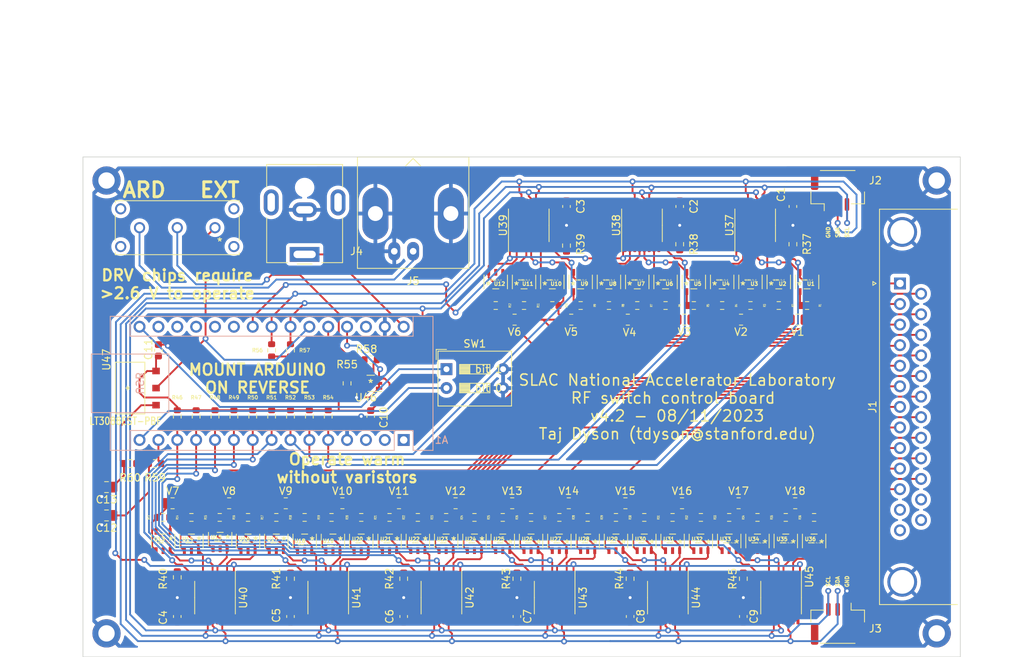
<source format=kicad_pcb>
(kicad_pcb (version 20211014) (generator pcbnew)

  (general
    (thickness 1.6)
  )

  (paper "A4")
  (layers
    (0 "F.Cu" signal)
    (31 "B.Cu" signal)
    (32 "B.Adhes" user "B.Adhesive")
    (33 "F.Adhes" user "F.Adhesive")
    (34 "B.Paste" user)
    (35 "F.Paste" user)
    (36 "B.SilkS" user "B.Silkscreen")
    (37 "F.SilkS" user "F.Silkscreen")
    (38 "B.Mask" user)
    (39 "F.Mask" user)
    (40 "Dwgs.User" user "User.Drawings")
    (41 "Cmts.User" user "User.Comments")
    (42 "Eco1.User" user "User.Eco1")
    (43 "Eco2.User" user "User.Eco2")
    (44 "Edge.Cuts" user)
    (45 "Margin" user)
    (46 "B.CrtYd" user "B.Courtyard")
    (47 "F.CrtYd" user "F.Courtyard")
    (48 "B.Fab" user)
    (49 "F.Fab" user)
    (50 "User.1" user)
    (51 "User.2" user)
    (52 "User.3" user)
    (53 "User.4" user)
    (54 "User.5" user)
    (55 "User.6" user)
    (56 "User.7" user)
    (57 "User.8" user)
    (58 "User.9" user)
  )

  (setup
    (stackup
      (layer "F.SilkS" (type "Top Silk Screen"))
      (layer "F.Paste" (type "Top Solder Paste"))
      (layer "F.Mask" (type "Top Solder Mask") (thickness 0.01))
      (layer "F.Cu" (type "copper") (thickness 0.035))
      (layer "dielectric 1" (type "core") (thickness 1.51) (material "FR4") (epsilon_r 4.5) (loss_tangent 0.02))
      (layer "B.Cu" (type "copper") (thickness 0.035))
      (layer "B.Mask" (type "Bottom Solder Mask") (thickness 0.01))
      (layer "B.Paste" (type "Bottom Solder Paste"))
      (layer "B.SilkS" (type "Bottom Silk Screen"))
      (copper_finish "None")
      (dielectric_constraints no)
    )
    (pad_to_mask_clearance 0)
    (pcbplotparams
      (layerselection 0x00010fc_ffffffff)
      (disableapertmacros false)
      (usegerberextensions false)
      (usegerberattributes true)
      (usegerberadvancedattributes true)
      (creategerberjobfile true)
      (svguseinch false)
      (svgprecision 6)
      (excludeedgelayer true)
      (plotframeref false)
      (viasonmask false)
      (mode 1)
      (useauxorigin false)
      (hpglpennumber 1)
      (hpglpenspeed 20)
      (hpglpendiameter 15.000000)
      (dxfpolygonmode true)
      (dxfimperialunits true)
      (dxfusepcbnewfont true)
      (psnegative false)
      (psa4output false)
      (plotreference true)
      (plotvalue true)
      (plotinvisibletext false)
      (sketchpadsonfab false)
      (subtractmaskfromsilk false)
      (outputformat 1)
      (mirror false)
      (drillshape 0)
      (scaleselection 1)
      (outputdirectory "")
    )
  )

  (net 0 "")
  (net 1 "unconnected-(A1-Pad1)")
  (net 2 "unconnected-(A1-Pad2)")
  (net 3 "unconnected-(A1-Pad3)")
  (net 4 "GND")
  (net 5 "Net-(A1-Pad5)")
  (net 6 "Net-(A1-Pad6)")
  (net 7 "Net-(A1-Pad7)")
  (net 8 "Net-(A1-Pad8)")
  (net 9 "Net-(A1-Pad9)")
  (net 10 "Net-(A1-Pad11)")
  (net 11 "Net-(A1-Pad12)")
  (net 12 "Net-(A1-Pad13)")
  (net 13 "Net-(A1-Pad15)")
  (net 14 "Net-(A1-Pad16)")
  (net 15 "unconnected-(A1-Pad17)")
  (net 16 "unconnected-(A1-Pad18)")
  (net 17 "unconnected-(A1-Pad19)")
  (net 18 "unconnected-(A1-Pad20)")
  (net 19 "unconnected-(A1-Pad21)")
  (net 20 "Net-(A1-Pad22)")
  (net 21 "Net-(A1-Pad23)")
  (net 22 "Net-(A1-Pad24)")
  (net 23 "Net-(A1-Pad25)")
  (net 24 "unconnected-(A1-Pad28)")
  (net 25 "Net-(A1-Pad30)")
  (net 26 "Net-(C1-Pad2)")
  (net 27 "Net-(C12-Pad1)")
  (net 28 "Net-(C13-Pad1)")
  (net 29 "Net-(J1-Pad1)")
  (net 30 "Net-(R4-Pad1)")
  (net 31 "unconnected-(U4-Pad4)")
  (net 32 "unconnected-(U5-Pad4)")
  (net 33 "unconnected-(U6-Pad4)")
  (net 34 "Net-(J1-Pad2)")
  (net 35 "Net-(R5-Pad1)")
  (net 36 "Net-(R6-Pad1)")
  (net 37 "Net-(A1-Pad14)")
  (net 38 "Net-(J1-Pad3)")
  (net 39 "Net-(J1-Pad5)")
  (net 40 "Net-(J1-Pad4)")
  (net 41 "Net-(J1-Pad6)")
  (net 42 "Net-(J1-Pad7)")
  (net 43 "Net-(R20-Pad1)")
  (net 44 "Net-(R21-Pad1)")
  (net 45 "Net-(R22-Pad1)")
  (net 46 "Net-(R23-Pad1)")
  (net 47 "Net-(R24-Pad1)")
  (net 48 "Net-(R25-Pad1)")
  (net 49 "Net-(R26-Pad1)")
  (net 50 "Net-(R27-Pad1)")
  (net 51 "Net-(R28-Pad1)")
  (net 52 "Net-(R29-Pad1)")
  (net 53 "Net-(R30-Pad1)")
  (net 54 "Net-(R31-Pad1)")
  (net 55 "Net-(R32-Pad1)")
  (net 56 "Net-(R33-Pad1)")
  (net 57 "Net-(R34-Pad1)")
  (net 58 "Net-(R35-Pad1)")
  (net 59 "Net-(R36-Pad1)")
  (net 60 "Net-(J1-Pad8)")
  (net 61 "Net-(J1-Pad9)")
  (net 62 "Net-(J1-Pad10)")
  (net 63 "Net-(J1-Pad11)")
  (net 64 "unconnected-(J1-Pad12)")
  (net 65 "unconnected-(J1-Pad13)")
  (net 66 "Net-(J1-Pad14)")
  (net 67 "Net-(J1-Pad15)")
  (net 68 "Net-(J1-Pad16)")
  (net 69 "Net-(J1-Pad17)")
  (net 70 "Net-(J1-Pad19)")
  (net 71 "Net-(J1-Pad20)")
  (net 72 "Net-(J1-Pad21)")
  (net 73 "Net-(J1-Pad22)")
  (net 74 "Net-(J1-Pad23)")
  (net 75 "unconnected-(J1-Pad24)")
  (net 76 "unconnected-(J1-Pad25)")
  (net 77 "Net-(R1-Pad1)")
  (net 78 "Net-(R2-Pad1)")
  (net 79 "Net-(U10-Pad2)")
  (net 80 "Net-(R3-Pad1)")
  (net 81 "Net-(R9-Pad1)")
  (net 82 "Net-(R10-Pad1)")
  (net 83 "Net-(R11-Pad1)")
  (net 84 "Net-(R12-Pad1)")
  (net 85 "Net-(R13-Pad1)")
  (net 86 "Net-(R14-Pad1)")
  (net 87 "Net-(R15-Pad1)")
  (net 88 "Net-(R16-Pad1)")
  (net 89 "Net-(R17-Pad1)")
  (net 90 "Net-(U12-Pad2)")
  (net 91 "Net-(R18-Pad1)")
  (net 92 "Net-(R19-Pad1)")
  (net 93 "Net-(R37-Pad2)")
  (net 94 "Net-(R38-Pad2)")
  (net 95 "unconnected-(U13-Pad4)")
  (net 96 "unconnected-(U15-Pad4)")
  (net 97 "unconnected-(U16-Pad4)")
  (net 98 "unconnected-(U17-Pad4)")
  (net 99 "unconnected-(U18-Pad4)")
  (net 100 "unconnected-(U19-Pad4)")
  (net 101 "unconnected-(U20-Pad4)")
  (net 102 "unconnected-(U21-Pad4)")
  (net 103 "unconnected-(U22-Pad4)")
  (net 104 "unconnected-(U23-Pad4)")
  (net 105 "unconnected-(U24-Pad4)")
  (net 106 "unconnected-(U25-Pad4)")
  (net 107 "unconnected-(U26-Pad4)")
  (net 108 "unconnected-(U27-Pad4)")
  (net 109 "unconnected-(U28-Pad4)")
  (net 110 "unconnected-(U29-Pad4)")
  (net 111 "unconnected-(U30-Pad4)")
  (net 112 "Net-(A1-Pad27)")
  (net 113 "Net-(R39-Pad2)")
  (net 114 "Net-(R40-Pad2)")
  (net 115 "Net-(R41-Pad2)")
  (net 116 "Net-(R42-Pad2)")
  (net 117 "Net-(R43-Pad2)")
  (net 118 "Net-(R44-Pad2)")
  (net 119 "Net-(R45-Pad2)")
  (net 120 "Net-(A1-Pad26)")
  (net 121 "Net-(R7-Pad1)")
  (net 122 "Net-(A1-Pad10)")
  (net 123 "unconnected-(U14-Pad4)")
  (net 124 "Net-(R55-Pad1)")
  (net 125 "Net-(R58-Pad1)")
  (net 126 "Net-(J1-Pad18)")
  (net 127 "Net-(U11-Pad2)")
  (net 128 "unconnected-(U1-Pad4)")
  (net 129 "Net-(U1-Pad2)")
  (net 130 "Net-(U2-Pad2)")
  (net 131 "unconnected-(U3-Pad4)")
  (net 132 "unconnected-(U2-Pad4)")
  (net 133 "Net-(U3-Pad2)")
  (net 134 "Net-(U37-Pad2)")
  (net 135 "unconnected-(U31-Pad4)")
  (net 136 "unconnected-(U32-Pad4)")
  (net 137 "Net-(U38-Pad5)")
  (net 138 "Net-(R8-Pad1)")
  (net 139 "Net-(U38-Pad7)")
  (net 140 "unconnected-(U7-Pad4)")
  (net 141 "Net-(U38-Pad4)")
  (net 142 "unconnected-(U8-Pad4)")
  (net 143 "Net-(U38-Pad2)")
  (net 144 "unconnected-(U9-Pad4)")
  (net 145 "unconnected-(U10-Pad4)")
  (net 146 "unconnected-(U11-Pad4)")
  (net 147 "unconnected-(U12-Pad4)")
  (net 148 "Net-(U39-Pad5)")
  (net 149 "Net-(U13-Pad2)")
  (net 150 "Net-(U14-Pad2)")
  (net 151 "Net-(U15-Pad2)")
  (net 152 "Net-(U16-Pad2)")
  (net 153 "Net-(U17-Pad2)")
  (net 154 "Net-(U18-Pad2)")
  (net 155 "Net-(U19-Pad2)")
  (net 156 "Net-(U20-Pad2)")
  (net 157 "Net-(U21-Pad2)")
  (net 158 "Net-(U22-Pad2)")
  (net 159 "Net-(U23-Pad2)")
  (net 160 "Net-(U25-Pad2)")
  (net 161 "Net-(U26-Pad2)")
  (net 162 "Net-(U27-Pad2)")
  (net 163 "Net-(U28-Pad2)")
  (net 164 "Net-(U29-Pad2)")
  (net 165 "Net-(U30-Pad2)")
  (net 166 "Net-(U31-Pad2)")
  (net 167 "Net-(U32-Pad2)")
  (net 168 "Net-(U33-Pad2)")
  (net 169 "unconnected-(U33-Pad4)")
  (net 170 "Net-(U34-Pad2)")
  (net 171 "unconnected-(U34-Pad4)")
  (net 172 "Net-(U35-Pad2)")
  (net 173 "unconnected-(U35-Pad4)")
  (net 174 "Net-(U36-Pad2)")
  (net 175 "unconnected-(U36-Pad4)")
  (net 176 "unconnected-(U37-Pad9)")
  (net 177 "unconnected-(U37-Pad10)")
  (net 178 "unconnected-(U37-Pad15)")
  (net 179 "unconnected-(U37-Pad16)")
  (net 180 "unconnected-(U38-Pad9)")
  (net 181 "unconnected-(U38-Pad10)")
  (net 182 "unconnected-(U38-Pad15)")
  (net 183 "unconnected-(U38-Pad16)")
  (net 184 "unconnected-(U39-Pad9)")
  (net 185 "unconnected-(U39-Pad10)")
  (net 186 "unconnected-(U39-Pad15)")
  (net 187 "unconnected-(U39-Pad16)")
  (net 188 "unconnected-(U40-Pad9)")
  (net 189 "unconnected-(U40-Pad10)")
  (net 190 "unconnected-(U40-Pad15)")
  (net 191 "unconnected-(U40-Pad16)")
  (net 192 "unconnected-(U41-Pad9)")
  (net 193 "unconnected-(U41-Pad10)")
  (net 194 "unconnected-(U41-Pad15)")
  (net 195 "unconnected-(U41-Pad16)")
  (net 196 "unconnected-(U42-Pad9)")
  (net 197 "unconnected-(U42-Pad10)")
  (net 198 "unconnected-(U42-Pad15)")
  (net 199 "unconnected-(U42-Pad16)")
  (net 200 "unconnected-(U43-Pad9)")
  (net 201 "unconnected-(U43-Pad10)")
  (net 202 "unconnected-(U43-Pad15)")
  (net 203 "unconnected-(U43-Pad16)")
  (net 204 "unconnected-(U44-Pad9)")
  (net 205 "unconnected-(U44-Pad10)")
  (net 206 "unconnected-(U44-Pad15)")
  (net 207 "unconnected-(U44-Pad16)")
  (net 208 "unconnected-(U45-Pad9)")
  (net 209 "unconnected-(U45-Pad10)")
  (net 210 "unconnected-(U45-Pad15)")
  (net 211 "unconnected-(U45-Pad16)")
  (net 212 "Net-(J5-Pad1)")
  (net 213 "Net-(U24-Pad2)")

  (footprint (layer "F.Cu") (at 147.32 72.39))

  (footprint "Resistor_SMD:R_0603_1608Metric" (layer "F.Cu") (at 123.19 117.742699 180))

  (footprint "Resistor_SMD:R_0805_2012Metric" (layer "F.Cu") (at 128.27 115.837699))

  (footprint "Resistor_SMD:R_0603_1608Metric" (layer "F.Cu") (at 75.565 125.997699 90))

  (footprint "SOT-753_1P6X2P9_ONS:SOT-753_1P6X2P9_ONS" (layer "F.Cu") (at 85.09 120.917699 90))

  (footprint "Resistor_SMD:R_0603_1608Metric" (layer "F.Cu") (at 69.85 117.742699 180))

  (footprint "Resistor_SMD:R_0805_2012Metric" (layer "F.Cu") (at 52.07 115.837699))

  (footprint "Resistor_SMD:R_0603_1608Metric" (layer "F.Cu") (at 57.785 95.25 -90))

  (footprint "Package_SO:TSSOP-16_4.4x5mm_P0.65mm" (layer "F.Cu") (at 107.64 78.4225 90))

  (footprint "Resistor_SMD:R_0603_1608Metric" (layer "F.Cu") (at 60.325 95.25 -90))

  (footprint "Capacitor_SMD:C_0603_1608Metric" (layer "F.Cu") (at 75.565 131.077699 -90))

  (footprint "Package_SO:TSSOP-16_4.4x5mm_P0.65mm" (layer "F.Cu") (at 50.165 128.537699 -90))

  (footprint "Resistor_SMD:R_0603_1608Metric" (layer "F.Cu") (at 110.815 89.2175))

  (footprint "Capacitor_SMD:C_0603_1608Metric" (layer "F.Cu") (at 45.085 131.077699 -90))

  (footprint "SOT-753_1P6X2P9_ONS:SOT-753_1P6X2P9_ONS" (layer "F.Cu") (at 126.055 86.0425 -90))

  (footprint "Package_SO:TSSOP-16_4.4x5mm_P0.65mm" (layer "F.Cu") (at 95.885 128.537699 -90))

  (footprint "SOT-753_1P6X2P9_ONS:SOT-753_1P6X2P9_ONS" (layer "F.Cu") (at 127 120.917699 90))

  (footprint "SOT-753_1P6X2P9_ONS:SOT-753_1P6X2P9_ONS" (layer "F.Cu") (at 58.42 120.917699 90))

  (footprint "Resistor_SMD:R_0603_1608Metric" (layer "F.Cu") (at 103.195 89.2175))

  (footprint "Resistor_SMD:R_0603_1608Metric" (layer "F.Cu") (at 118.435 89.2175))

  (footprint "Connector_JST:JST_GH_BM03B-GHS-TBT_1x03-1MP_P1.25mm_Vertical" (layer "F.Cu") (at 133.985 73.66))

  (footprint "Resistor_SMD:R_0603_1608Metric" (layer "F.Cu") (at 65.85 117.742699 180))

  (footprint "Resistor_SMD:R_0603_1608Metric" (layer "F.Cu") (at 115.57 117.742699 180))

  (footprint "Resistor_SMD:R_0805_2012Metric" (layer "F.Cu") (at 44.45 115.837699))

  (footprint "Resistor_SMD:R_0603_1608Metric" (layer "F.Cu") (at 119.38 117.742699 180))

  (footprint "Resistor_SMD:R_0603_1608Metric" (layer "F.Cu") (at 60.325 104.14 -90))

  (footprint "SOT-753_1P6X2P9_ONS:SOT-753_1P6X2P9_ONS" (layer "F.Cu") (at 100.33 120.917699 90))

  (footprint "Resistor_SMD:R_0603_1608Metric" (layer "F.Cu") (at 104.14 117.742699 180))

  (footprint "Resistor_SMD:R_0603_1608Metric" (layer "F.Cu") (at 47.625 104.14 -90))

  (footprint "Resistor_SMD:R_0805_2012Metric" (layer "F.Cu") (at 113.03 115.837699))

  (footprint "SOT-753_1P6X2P9_ONS:SOT-753_1P6X2P9_ONS" (layer "F.Cu") (at 119.38 120.917699 90))

  (footprint "Capacitor_SMD:C_0603_1608Metric" (layer "F.Cu") (at 42.545 95.25 90))

  (footprint "SOT-753_1P6X2P9_ONS:SOT-753_1P6X2P9_ONS" (layer "F.Cu") (at 110.815 86.0425 -90))

  (footprint "Resistor_SMD:R_0603_1608Metric" (layer "F.Cu") (at 73.66 117.742699 180))

  (footprint "SOT-223_ST_LIT:SOT-223_ST_LIT" (layer "F.Cu") (at 38.735 100.33 90))

  (footprint "Resistor_SMD:R_0603_1608Metric" (layer "F.Cu") (at 71.12 96.52))

  (footprint "Resistor_SMD:R_0603_1608Metric" (layer "F.Cu") (at 88.9 117.742699 180))

  (footprint "Resistor_SMD:R_0603_1608Metric" (layer "F.Cu") (at 57.785 104.14 -90))

  (footprint "Resistor_SMD:R_0603_1608Metric" (layer "F.Cu") (at 130.81 117.742699 180))

  (footprint "Resistor_SMD:R_0603_1608Metric" (layer "F.Cu") (at 62.865 104.14 -90))

  (footprint "SOT-753_1P6X2P9_ONS:SOT-753_1P6X2P9_ONS" (layer "F.Cu")
    (tedit 0) (tstamp 375a0916-0e26-4864-8699-46be07ee7bd4)
    (at 103.195 86.0425 -90)
    (property "Sheetfile" "RF_control_board_v4.1.kicad_sch")
    (property "Sheetname" "")
    (path "/e538a1a8-ed98-4a1d-9b69-69fd205cf7f6")
    (attr through_hole)
    (fp_text reference "U8" (at 0.254 -0.508) (layer "F.SilkS")
      (effects (font (size 0.5 0.5) (thickness 0.125)))
      (tstamp 4f7c6678-dba5-4e38-adda-3a1f8b0759d9)
    )
    (fp_text value "SBE805-TL-E" (at -0.254 0) (layer "F.SilkS")
      (effects (font (size 0.15 0.15) (thickness 0.0375)))
      (tstamp 04bc8e28-9889-4fae-a909-32a057ba4561)
    )
    (fp_text user "*" (at 0.508 1.016) (layer "F.SilkS")
      (effects (font (size 1 1) (thickness 0.15)))
      (tstamp 80961827-3eb7-4f67-98a3-69b88deef761)
    )
    (fp_text user "*" (at -0.5461 -1.4072 90) (layer "F.Fab")
      (effects (font (size 1 1) (thickness 0.15)))
      (tstamp 11a814d2-6d5a-4373-870b-f51f6c2e5ec3)
    )
    (fp_text user "*" (at -0.5461 -1.4072 90) (layer "F.Fab")
      (effects (font (size 1 1) (thickness 0.15)))
      (tstamp 7276ea44-67a8-4293-90c7-9645e5510ba8)
    )
    (fp_line (start 0.9271 0.414061) (end 0.9271 -0.414061) (layer "F.SilkS") (width 0.12) (tstamp 84b82c06-c462-474e-a5b0-55013c22e2a1))
    (fp_line (start -0.9271 1.5748) (end 0.9271 1.5748) (layer "F.SilkS") (width 0.12) (tstamp ba850bb8-bd1b-4998-af37-aa7e4a15b377))
    (fp_line (start 0.9271 -1.5748) (end -0.9271 -1.5748) (layer "F.SilkS") (width 0.12) (tstamp c4531dc4-6775-40e4-b5bc-18791a7a2292))
    (fp_line (start -1.1811 -1.8288) (end 1.1811 -1.8288) (layer "F.CrtYd") (width 0.05) (tstamp 03a45262-5b09-4a83-9718-afd12b7fc86d))
    (fp_line (start 1.1811 1.8288) (end -1.1811 1.8288) (layer "F.CrtYd") (width 0.05) (tstamp 1ea3bf72-7083-47ac-9a3e-31ae4fac268b))
    (fp_line (start -1.1811 -1.3564) (end -1.1811 -1.8288) (layer "F.CrtYd") (width 0.05) (tstamp 1f916698-e904-43a2-b3bc-abee46dfbabc))
    (fp_line (start -1.9812 -1.3564) (end -1.1811 -1.3564) (layer "F.CrtYd") (width 0.05) (tstamp 36e1489a-8b5d-4f0f-927b-660d33bfd055))
    (fp_line (start 1.9812 1.3564) (end 1.1811 1.3564) (layer "F.CrtYd") (width 0.05) (tstamp 73e0721e-178f-4c92-b22d-f791e2bf1242))
    (fp_line (start 1.1811 -1.3564) (end 1.9812 -1.3564) (layer "F.CrtYd") (width 0.05) (tstamp a593c703-d5ab-4c61-9bb3-51cd1ad482be))
    (fp_line (start 1.9812 -1.3564) (end 1.9812 1.3564) (layer "F.CrtYd") (width 0.05) (tstamp be6693b1-4ecf-4651-b664-ed82aa6921d9))
    (fp_line (start 1.1811 1.3564) (end 1.1811 1.8288) (layer "F.CrtYd") (width 0.05) (tstamp de1eaf03-e93f-47b4-9fd7-9dba51275a41))
    (fp_line (start -1.9812 1.3564) (end -1.9812 -1.3564) (layer "F.CrtYd") (width 0.05) (tstamp e2233142-fafe-449b-97af-7a391953ecce))
    (fp_line (start -1.1811 1.8288) (end -1.1811 1.3564) (layer "F.CrtYd") (width 0.05) (tstamp e421f56e-acff-4a59-9693-ca39662e323f))
    (fp_line (start -1.1811 1.3564) (end -1.9812 1.3564) (layer "F.CrtYd") (width 0.05) (tstamp e5fc3064-d9f0-4ca6-b58b-5d83fe960134))
    (fp_line (start 1.1811 -1.8288) (end 1.1811 -1.3564) (layer "F.CrtYd") (width 0.05) (tstamp fc3b478c-aaa0-489d-a7af-52c2bd43a8e8))
    (fp_line (start -0.8001 0.7468) (end -1.397 0.7468) (layer "F.Fab") (width 0.1) (tstamp 15475712-3a26-4fbc-9876-3a943283d005))
    (fp_line (start 0.8001 -1.1532) (end 0.8001 -0.7468) (layer "F.Fab") (width 0.1) (tstamp 1b9b8307-8866-47b1-8aa8-19c7078af714))
    (fp_line (start 0.8001 -0.7468) (end 1.397 -0.7468) (layer "F.Fab") (width 0.1) (tstamp 201dde80-5509-4d23-a431-4aa1a738fb19))
    (fp_line (start -0.8001 1.4478) (end 0.8001 1.4478) (layer "F.Fab") (width 0.1) (tstamp 48293e04-ff3c-42fe-981b-e1140dade928))
    (fp_line (start 1.397 0.7468) (end 0.8001 0.7468) (layer "F.Fab") (width 0.1) (tstamp 51a7677e-d225-4059-9840-71e275820d4b))
    (fp_line (start -0.8001 -1.4478) (end -0.8001 1.4478) (layer "F.Fab") (width 0.1) (tstamp 579b4225-c7f4-4e74-a651-9e7d259cb2d3))
    (fp_line (start -1.397 0.7468) (end -1.397 1.1532) (layer "F.Fab") (width 0.1) (tstamp 5feaa18e-ebd7-4fe1-8929-07440e194c78))
    (fp_line (start 0.8001 1.1532) (end 1.397 1.1532) (layer "F.Fab") (width 0.1) (tstamp 766be4a9-a4bf-438e-9c7b-0a762e9150b8))
    (fp_line (start -1.397 1.1532) (end -0.8001 1.1532) (layer "F.Fab") (width 0.1) (tstamp 78eb6acb-e401-4e48-bc10-4acabaf4caf6))
    (fp_line (start 1.397 1.1532) (end 1.397 0.7468) (layer "F.Fab") (width 0.1) (tstamp 83d1d33d-aaa3-4beb-af1a-dd9052c261b4))
    (fp_line (start 1.397 -0.7468) (end 1.397 -1.1532) (layer "F.Fab") (width 0.1) (tstamp 8a39209c-d12c-44af-bd9a-2218ff06f10a))
    (fp_line (start -0.8001 -1.1532) (end -1.397 -1.1532) (layer "F.Fab") (width 0.1) (tstamp a39f9153-7530-4ed6-bd8e-a51a30116644))
    (fp_line (start -0.8001 -0.2032) (end -1.397 -0.2032) (layer "F.Fab") (width 0.1) (tstamp aa4f5110-cafe-4ef5-9dd0-9c7d77edf080))
    (fp_line (start -1.397 0.2032) (end -0.8001 0.2032) (layer "F.Fab") (width 0.1) (tstamp b6d76543-7997-42e9-8da6-407a100b5272))
    (fp_line (start 0.8001 -1.4478) (end -0.8001 -1.4478) (layer "F.Fab") (width 0.1) (tstamp bc2bdbd4-b7c5-49b8-bad6-0ba879e56c35))
    (fp_line (start -1.397 -0.2032) (end -1.397 0.2032) (layer "F.Fab") (width 0.1) (tstamp bf6e652c-85f6-42f9-ac6d-67cd3052f536))
    (fp_line (start 1.397 -1.1532) (end 0.8001 -1.1532) (layer "F.Fab") (width 0.1) (tstamp c6eea758-c271-4f36-b687-b43425f53af8))
    (fp_line (start -0.8001 1.1532) (end -0.8001 0.7468) (layer "F.Fab") (width 0.1) (tstamp c8a5fb1b-0a8e-4b1e-a186-d21ed5c6bb53))
    (fp_line (start -0.8001 0.2032) (end 
... [1114942 chars truncated]
</source>
